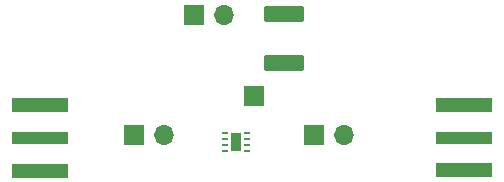
<source format=gbr>
%TF.GenerationSoftware,KiCad,Pcbnew,7.0.8*%
%TF.CreationDate,2024-03-07T13:19:55-05:00*%
%TF.ProjectId,Amplifier,416d706c-6966-4696-9572-2e6b69636164,rev?*%
%TF.SameCoordinates,Original*%
%TF.FileFunction,Soldermask,Top*%
%TF.FilePolarity,Negative*%
%FSLAX46Y46*%
G04 Gerber Fmt 4.6, Leading zero omitted, Abs format (unit mm)*
G04 Created by KiCad (PCBNEW 7.0.8) date 2024-03-07 13:19:55*
%MOMM*%
%LPD*%
G01*
G04 APERTURE LIST*
G04 Aperture macros list*
%AMRoundRect*
0 Rectangle with rounded corners*
0 $1 Rounding radius*
0 $2 $3 $4 $5 $6 $7 $8 $9 X,Y pos of 4 corners*
0 Add a 4 corners polygon primitive as box body*
4,1,4,$2,$3,$4,$5,$6,$7,$8,$9,$2,$3,0*
0 Add four circle primitives for the rounded corners*
1,1,$1+$1,$2,$3*
1,1,$1+$1,$4,$5*
1,1,$1+$1,$6,$7*
1,1,$1+$1,$8,$9*
0 Add four rect primitives between the rounded corners*
20,1,$1+$1,$2,$3,$4,$5,0*
20,1,$1+$1,$4,$5,$6,$7,0*
20,1,$1+$1,$6,$7,$8,$9,0*
20,1,$1+$1,$8,$9,$2,$3,0*%
G04 Aperture macros list end*
%ADD10RoundRect,0.102000X-2.280000X0.425000X-2.280000X-0.425000X2.280000X-0.425000X2.280000X0.425000X0*%
%ADD11RoundRect,0.102000X-2.280000X0.500000X-2.280000X-0.500000X2.280000X-0.500000X2.280000X0.500000X0*%
%ADD12R,1.700000X1.700000*%
%ADD13O,1.700000X1.700000*%
%ADD14RoundRect,0.249999X1.450001X-0.450001X1.450001X0.450001X-1.450001X0.450001X-1.450001X-0.450001X0*%
%ADD15RoundRect,0.102000X2.280000X-0.425000X2.280000X0.425000X-2.280000X0.425000X-2.280000X-0.425000X0*%
%ADD16RoundRect,0.102000X2.280000X-0.500000X2.280000X0.500000X-2.280000X0.500000X-2.280000X-0.500000X0*%
%ADD17R,0.499999X0.249999*%
%ADD18R,0.900001X1.599999*%
%ADD19C,0.499999*%
G04 APERTURE END LIST*
D10*
%TO.C,REF\u002A\u002A*%
X42845001Y-48538000D03*
D11*
X42845001Y-45768000D03*
X42845001Y-51308000D03*
%TD*%
D12*
%TO.C,*%
X60960000Y-44958000D03*
%TD*%
%TO.C,REF\u002A\u002A*%
X50800000Y-48260000D03*
D13*
X53340000Y-48260000D03*
%TD*%
D14*
%TO.C,REF\u002A\u002A*%
X63500000Y-42164000D03*
X63500000Y-38064000D03*
%TD*%
D12*
%TO.C,REF\u002A\u002A*%
X55880000Y-38100000D03*
D13*
X58420000Y-38100000D03*
%TD*%
D15*
%TO.C,REF\u002A\u002A*%
X78740000Y-48511250D03*
D16*
X78740000Y-51281250D03*
X78740000Y-45741250D03*
%TD*%
D17*
%TO.C,REF\u002A\u002A*%
X58485999Y-48126000D03*
X58485999Y-48625999D03*
X58485999Y-49126001D03*
X58485999Y-49625999D03*
X60386001Y-49625999D03*
X60386001Y-49126001D03*
X60386001Y-48625999D03*
X60386001Y-48126000D03*
D18*
X59436000Y-48875998D03*
D19*
X59436000Y-48476002D03*
X59436000Y-49276000D03*
%TD*%
D12*
%TO.C,REF\u002A\u002A*%
X66040000Y-48260000D03*
D13*
X68580000Y-48260000D03*
%TD*%
M02*

</source>
